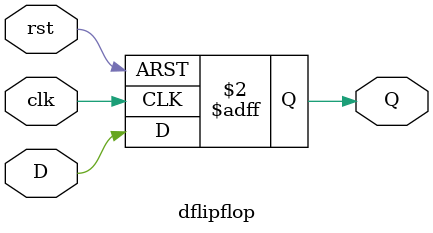
<source format=v>

`timescale 1ns/1ns

module dflipflop
(input clk, input rst, input D, output reg Q);
always @ (posedge clk or posedge rst) begin // Asynchronous Reset
if (rst)
Q <= 1'b0;
else
Q <= D;
end
endmodule
</source>
